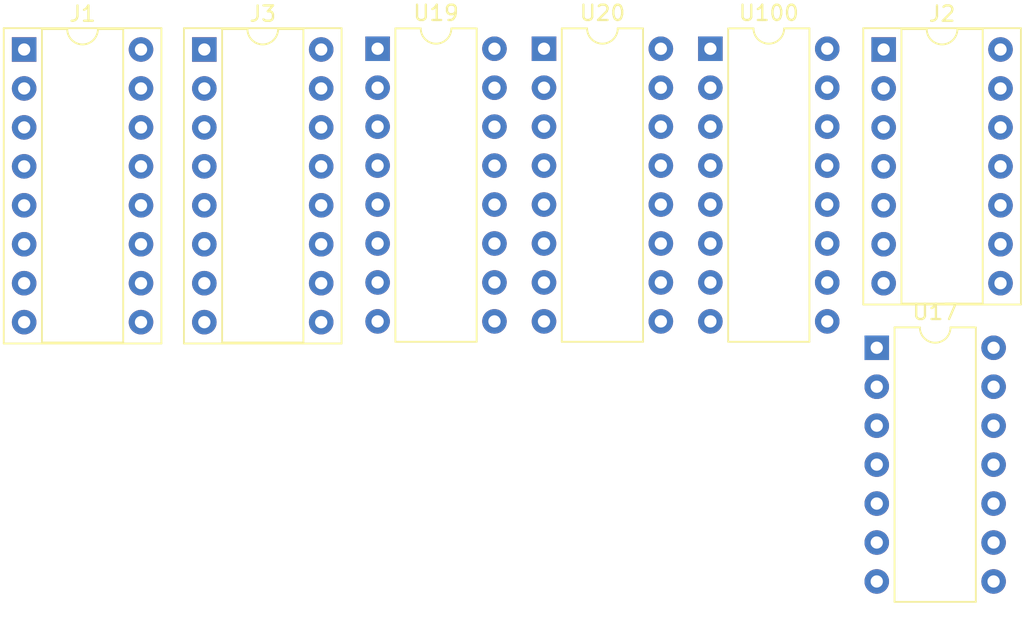
<source format=kicad_pcb>
(kicad_pcb (version 20171130) (host pcbnew "(5.1.2-1)-1")

  (general
    (thickness 1.6)
    (drawings 0)
    (tracks 0)
    (zones 0)
    (modules 7)
    (nets 25)
  )

  (page A4)
  (layers
    (0 F.Cu signal)
    (31 B.Cu signal)
    (32 B.Adhes user)
    (33 F.Adhes user)
    (34 B.Paste user)
    (35 F.Paste user)
    (36 B.SilkS user)
    (37 F.SilkS user)
    (38 B.Mask user)
    (39 F.Mask user)
    (40 Dwgs.User user)
    (41 Cmts.User user)
    (42 Eco1.User user)
    (43 Eco2.User user)
    (44 Edge.Cuts user)
    (45 Margin user)
    (46 B.CrtYd user)
    (47 F.CrtYd user)
    (48 B.Fab user)
    (49 F.Fab user)
  )

  (setup
    (last_trace_width 0.25)
    (trace_clearance 0.2)
    (zone_clearance 0.508)
    (zone_45_only no)
    (trace_min 0.2)
    (via_size 0.8)
    (via_drill 0.4)
    (via_min_size 0.4)
    (via_min_drill 0.3)
    (uvia_size 0.3)
    (uvia_drill 0.1)
    (uvias_allowed no)
    (uvia_min_size 0.2)
    (uvia_min_drill 0.1)
    (edge_width 0.05)
    (segment_width 0.2)
    (pcb_text_width 0.3)
    (pcb_text_size 1.5 1.5)
    (mod_edge_width 0.12)
    (mod_text_size 1 1)
    (mod_text_width 0.15)
    (pad_size 1.524 1.524)
    (pad_drill 0.762)
    (pad_to_mask_clearance 0.051)
    (solder_mask_min_width 0.25)
    (aux_axis_origin 0 0)
    (visible_elements FFFFFF7F)
    (pcbplotparams
      (layerselection 0x010fc_ffffffff)
      (usegerberextensions false)
      (usegerberattributes false)
      (usegerberadvancedattributes false)
      (creategerberjobfile false)
      (excludeedgelayer true)
      (linewidth 0.100000)
      (plotframeref false)
      (viasonmask false)
      (mode 1)
      (useauxorigin false)
      (hpglpennumber 1)
      (hpglpenspeed 20)
      (hpglpendiameter 15.000000)
      (psnegative false)
      (psa4output false)
      (plotreference true)
      (plotvalue true)
      (plotinvisibletext false)
      (padsonsilk false)
      (subtractmaskfromsilk false)
      (outputformat 1)
      (mirror false)
      (drillshape 1)
      (scaleselection 1)
      (outputdirectory ""))
  )

  (net 0 "")
  (net 1 +5V)
  (net 2 GND)
  (net 3 /VA7)
  (net 4 /VA8)
  (net 5 /VA13)
  (net 6 /VA9)
  (net 7 /~FRAME)
  (net 8 /VA12)
  (net 9 /RST)
  (net 10 /VA10)
  (net 11 /CLK)
  (net 12 /VA11)
  (net 13 /VA6)
  (net 14 /+5)
  (net 15 /FEND)
  (net 16 /VA1)
  (net 17 /~LINE)
  (net 18 /VA5)
  (net 19 /LEND)
  (net 20 /UVS)
  (net 21 /I>)
  (net 22 /I=)
  (net 23 /I<)
  (net 24 "Net-(U17-Pad4)")

  (net_class Default "Esta es la clase de red por defecto."
    (clearance 0.2)
    (trace_width 0.25)
    (via_dia 0.8)
    (via_drill 0.4)
    (uvia_dia 0.3)
    (uvia_drill 0.1)
    (add_net +5V)
    (add_net /+5)
    (add_net /CLK)
    (add_net /FEND)
    (add_net /I<)
    (add_net /I=)
    (add_net /I>)
    (add_net /LEND)
    (add_net /RST)
    (add_net /UVS)
    (add_net /VA1)
    (add_net /VA10)
    (add_net /VA11)
    (add_net /VA12)
    (add_net /VA13)
    (add_net /VA5)
    (add_net /VA6)
    (add_net /VA7)
    (add_net /VA8)
    (add_net /VA9)
    (add_net /~FRAME)
    (add_net /~LINE)
    (add_net GND)
    (add_net "Net-(J1-Pad1)")
    (add_net "Net-(J1-Pad14)")
    (add_net "Net-(J1-Pad15)")
    (add_net "Net-(J2-Pad1)")
    (add_net "Net-(J2-Pad11)")
    (add_net "Net-(J2-Pad2)")
    (add_net "Net-(J2-Pad3)")
    (add_net "Net-(J2-Pad4)")
    (add_net "Net-(J2-Pad5)")
    (add_net "Net-(J3-Pad1)")
    (add_net "Net-(J3-Pad10)")
    (add_net "Net-(J3-Pad11)")
    (add_net "Net-(J3-Pad12)")
    (add_net "Net-(J3-Pad13)")
    (add_net "Net-(J3-Pad14)")
    (add_net "Net-(J3-Pad15)")
    (add_net "Net-(J3-Pad5)")
    (add_net "Net-(J3-Pad7)")
    (add_net "Net-(J3-Pad9)")
    (add_net "Net-(U100-Pad1)")
    (add_net "Net-(U100-Pad10)")
    (add_net "Net-(U100-Pad11)")
    (add_net "Net-(U100-Pad12)")
    (add_net "Net-(U100-Pad13)")
    (add_net "Net-(U100-Pad14)")
    (add_net "Net-(U100-Pad15)")
    (add_net "Net-(U100-Pad6)")
    (add_net "Net-(U100-Pad7)")
    (add_net "Net-(U100-Pad9)")
    (add_net "Net-(U17-Pad4)")
    (add_net "Net-(U19-Pad1)")
    (add_net "Net-(U19-Pad14)")
    (add_net "Net-(U19-Pad15)")
    (add_net "Net-(U20-Pad1)")
    (add_net "Net-(U20-Pad10)")
    (add_net "Net-(U20-Pad11)")
    (add_net "Net-(U20-Pad12)")
    (add_net "Net-(U20-Pad13)")
    (add_net "Net-(U20-Pad14)")
    (add_net "Net-(U20-Pad15)")
    (add_net "Net-(U20-Pad5)")
    (add_net "Net-(U20-Pad7)")
    (add_net "Net-(U20-Pad9)")
  )

  (module Package_DIP:DIP-16_W7.62mm (layer F.Cu) (tedit 5A02E8C5) (tstamp 6350CC20)
    (at 63.8 19)
    (descr "16-lead though-hole mounted DIP package, row spacing 7.62 mm (300 mils)")
    (tags "THT DIP DIL PDIP 2.54mm 7.62mm 300mil")
    (path /635EF003)
    (fp_text reference U100 (at 3.81 -2.33) (layer F.SilkS)
      (effects (font (size 1 1) (thickness 0.15)))
    )
    (fp_text value 74HC85 (at 3.81 20.11) (layer F.Fab)
      (effects (font (size 1 1) (thickness 0.15)))
    )
    (fp_text user %R (at 3.81 8.89) (layer F.Fab)
      (effects (font (size 1 1) (thickness 0.15)))
    )
    (fp_line (start 8.7 -1.55) (end -1.1 -1.55) (layer F.CrtYd) (width 0.05))
    (fp_line (start 8.7 19.3) (end 8.7 -1.55) (layer F.CrtYd) (width 0.05))
    (fp_line (start -1.1 19.3) (end 8.7 19.3) (layer F.CrtYd) (width 0.05))
    (fp_line (start -1.1 -1.55) (end -1.1 19.3) (layer F.CrtYd) (width 0.05))
    (fp_line (start 6.46 -1.33) (end 4.81 -1.33) (layer F.SilkS) (width 0.12))
    (fp_line (start 6.46 19.11) (end 6.46 -1.33) (layer F.SilkS) (width 0.12))
    (fp_line (start 1.16 19.11) (end 6.46 19.11) (layer F.SilkS) (width 0.12))
    (fp_line (start 1.16 -1.33) (end 1.16 19.11) (layer F.SilkS) (width 0.12))
    (fp_line (start 2.81 -1.33) (end 1.16 -1.33) (layer F.SilkS) (width 0.12))
    (fp_line (start 0.635 -0.27) (end 1.635 -1.27) (layer F.Fab) (width 0.1))
    (fp_line (start 0.635 19.05) (end 0.635 -0.27) (layer F.Fab) (width 0.1))
    (fp_line (start 6.985 19.05) (end 0.635 19.05) (layer F.Fab) (width 0.1))
    (fp_line (start 6.985 -1.27) (end 6.985 19.05) (layer F.Fab) (width 0.1))
    (fp_line (start 1.635 -1.27) (end 6.985 -1.27) (layer F.Fab) (width 0.1))
    (fp_arc (start 3.81 -1.33) (end 2.81 -1.33) (angle -180) (layer F.SilkS) (width 0.12))
    (pad 16 thru_hole oval (at 7.62 0) (size 1.6 1.6) (drill 0.8) (layers *.Cu *.Mask)
      (net 1 +5V))
    (pad 8 thru_hole oval (at 0 17.78) (size 1.6 1.6) (drill 0.8) (layers *.Cu *.Mask)
      (net 2 GND))
    (pad 15 thru_hole oval (at 7.62 2.54) (size 1.6 1.6) (drill 0.8) (layers *.Cu *.Mask))
    (pad 7 thru_hole oval (at 0 15.24) (size 1.6 1.6) (drill 0.8) (layers *.Cu *.Mask))
    (pad 14 thru_hole oval (at 7.62 5.08) (size 1.6 1.6) (drill 0.8) (layers *.Cu *.Mask))
    (pad 6 thru_hole oval (at 0 12.7) (size 1.6 1.6) (drill 0.8) (layers *.Cu *.Mask))
    (pad 13 thru_hole oval (at 7.62 7.62) (size 1.6 1.6) (drill 0.8) (layers *.Cu *.Mask))
    (pad 5 thru_hole oval (at 0 10.16) (size 1.6 1.6) (drill 0.8) (layers *.Cu *.Mask)
      (net 7 /~FRAME))
    (pad 12 thru_hole oval (at 7.62 10.16) (size 1.6 1.6) (drill 0.8) (layers *.Cu *.Mask))
    (pad 4 thru_hole oval (at 0 7.62) (size 1.6 1.6) (drill 0.8) (layers *.Cu *.Mask)
      (net 1 +5V))
    (pad 11 thru_hole oval (at 7.62 12.7) (size 1.6 1.6) (drill 0.8) (layers *.Cu *.Mask))
    (pad 3 thru_hole oval (at 0 5.08) (size 1.6 1.6) (drill 0.8) (layers *.Cu *.Mask)
      (net 1 +5V))
    (pad 10 thru_hole oval (at 7.62 15.24) (size 1.6 1.6) (drill 0.8) (layers *.Cu *.Mask))
    (pad 2 thru_hole oval (at 0 2.54) (size 1.6 1.6) (drill 0.8) (layers *.Cu *.Mask)
      (net 1 +5V))
    (pad 9 thru_hole oval (at 7.62 17.78) (size 1.6 1.6) (drill 0.8) (layers *.Cu *.Mask))
    (pad 1 thru_hole rect (at 0 0) (size 1.6 1.6) (drill 0.8) (layers *.Cu *.Mask))
    (model ${KISYS3DMOD}/Package_DIP.3dshapes/DIP-16_W7.62mm.wrl
      (at (xyz 0 0 0))
      (scale (xyz 1 1 1))
      (rotate (xyz 0 0 0))
    )
  )

  (module Package_DIP:DIP-16_W7.62mm (layer F.Cu) (tedit 5A02E8C5) (tstamp 6350CBFC)
    (at 52.95 19)
    (descr "16-lead though-hole mounted DIP package, row spacing 7.62 mm (300 mils)")
    (tags "THT DIP DIL PDIP 2.54mm 7.62mm 300mil")
    (path /635DA132)
    (fp_text reference U20 (at 3.81 -2.33) (layer F.SilkS)
      (effects (font (size 1 1) (thickness 0.15)))
    )
    (fp_text value 74HC85 (at 3.81 20.11) (layer F.Fab)
      (effects (font (size 1 1) (thickness 0.15)))
    )
    (fp_text user %R (at 3.81 8.89) (layer F.Fab)
      (effects (font (size 1 1) (thickness 0.15)))
    )
    (fp_line (start 8.7 -1.55) (end -1.1 -1.55) (layer F.CrtYd) (width 0.05))
    (fp_line (start 8.7 19.3) (end 8.7 -1.55) (layer F.CrtYd) (width 0.05))
    (fp_line (start -1.1 19.3) (end 8.7 19.3) (layer F.CrtYd) (width 0.05))
    (fp_line (start -1.1 -1.55) (end -1.1 19.3) (layer F.CrtYd) (width 0.05))
    (fp_line (start 6.46 -1.33) (end 4.81 -1.33) (layer F.SilkS) (width 0.12))
    (fp_line (start 6.46 19.11) (end 6.46 -1.33) (layer F.SilkS) (width 0.12))
    (fp_line (start 1.16 19.11) (end 6.46 19.11) (layer F.SilkS) (width 0.12))
    (fp_line (start 1.16 -1.33) (end 1.16 19.11) (layer F.SilkS) (width 0.12))
    (fp_line (start 2.81 -1.33) (end 1.16 -1.33) (layer F.SilkS) (width 0.12))
    (fp_line (start 0.635 -0.27) (end 1.635 -1.27) (layer F.Fab) (width 0.1))
    (fp_line (start 0.635 19.05) (end 0.635 -0.27) (layer F.Fab) (width 0.1))
    (fp_line (start 6.985 19.05) (end 0.635 19.05) (layer F.Fab) (width 0.1))
    (fp_line (start 6.985 -1.27) (end 6.985 19.05) (layer F.Fab) (width 0.1))
    (fp_line (start 1.635 -1.27) (end 6.985 -1.27) (layer F.Fab) (width 0.1))
    (fp_arc (start 3.81 -1.33) (end 2.81 -1.33) (angle -180) (layer F.SilkS) (width 0.12))
    (pad 16 thru_hole oval (at 7.62 0) (size 1.6 1.6) (drill 0.8) (layers *.Cu *.Mask)
      (net 1 +5V))
    (pad 8 thru_hole oval (at 0 17.78) (size 1.6 1.6) (drill 0.8) (layers *.Cu *.Mask)
      (net 2 GND))
    (pad 15 thru_hole oval (at 7.62 2.54) (size 1.6 1.6) (drill 0.8) (layers *.Cu *.Mask))
    (pad 7 thru_hole oval (at 0 15.24) (size 1.6 1.6) (drill 0.8) (layers *.Cu *.Mask))
    (pad 14 thru_hole oval (at 7.62 5.08) (size 1.6 1.6) (drill 0.8) (layers *.Cu *.Mask))
    (pad 6 thru_hole oval (at 0 12.7) (size 1.6 1.6) (drill 0.8) (layers *.Cu *.Mask)
      (net 20 /UVS))
    (pad 13 thru_hole oval (at 7.62 7.62) (size 1.6 1.6) (drill 0.8) (layers *.Cu *.Mask))
    (pad 5 thru_hole oval (at 0 10.16) (size 1.6 1.6) (drill 0.8) (layers *.Cu *.Mask))
    (pad 12 thru_hole oval (at 7.62 10.16) (size 1.6 1.6) (drill 0.8) (layers *.Cu *.Mask))
    (pad 4 thru_hole oval (at 0 7.62) (size 1.6 1.6) (drill 0.8) (layers *.Cu *.Mask)
      (net 21 /I>))
    (pad 11 thru_hole oval (at 7.62 12.7) (size 1.6 1.6) (drill 0.8) (layers *.Cu *.Mask))
    (pad 3 thru_hole oval (at 0 5.08) (size 1.6 1.6) (drill 0.8) (layers *.Cu *.Mask)
      (net 22 /I=))
    (pad 10 thru_hole oval (at 7.62 15.24) (size 1.6 1.6) (drill 0.8) (layers *.Cu *.Mask))
    (pad 2 thru_hole oval (at 0 2.54) (size 1.6 1.6) (drill 0.8) (layers *.Cu *.Mask)
      (net 23 /I<))
    (pad 9 thru_hole oval (at 7.62 17.78) (size 1.6 1.6) (drill 0.8) (layers *.Cu *.Mask))
    (pad 1 thru_hole rect (at 0 0) (size 1.6 1.6) (drill 0.8) (layers *.Cu *.Mask))
    (model ${KISYS3DMOD}/Package_DIP.3dshapes/DIP-16_W7.62mm.wrl
      (at (xyz 0 0 0))
      (scale (xyz 1 1 1))
      (rotate (xyz 0 0 0))
    )
  )

  (module Package_DIP:DIP-16_W7.62mm (layer F.Cu) (tedit 5A02E8C5) (tstamp 6350CBD8)
    (at 42.1 19)
    (descr "16-lead though-hole mounted DIP package, row spacing 7.62 mm (300 mils)")
    (tags "THT DIP DIL PDIP 2.54mm 7.62mm 300mil")
    (path /6358FC21)
    (fp_text reference U19 (at 3.81 -2.33) (layer F.SilkS)
      (effects (font (size 1 1) (thickness 0.15)))
    )
    (fp_text value 74HC4040 (at 3.81 20.11) (layer F.Fab)
      (effects (font (size 1 1) (thickness 0.15)))
    )
    (fp_text user %R (at 3.81 8.89) (layer F.Fab)
      (effects (font (size 1 1) (thickness 0.15)))
    )
    (fp_line (start 8.7 -1.55) (end -1.1 -1.55) (layer F.CrtYd) (width 0.05))
    (fp_line (start 8.7 19.3) (end 8.7 -1.55) (layer F.CrtYd) (width 0.05))
    (fp_line (start -1.1 19.3) (end 8.7 19.3) (layer F.CrtYd) (width 0.05))
    (fp_line (start -1.1 -1.55) (end -1.1 19.3) (layer F.CrtYd) (width 0.05))
    (fp_line (start 6.46 -1.33) (end 4.81 -1.33) (layer F.SilkS) (width 0.12))
    (fp_line (start 6.46 19.11) (end 6.46 -1.33) (layer F.SilkS) (width 0.12))
    (fp_line (start 1.16 19.11) (end 6.46 19.11) (layer F.SilkS) (width 0.12))
    (fp_line (start 1.16 -1.33) (end 1.16 19.11) (layer F.SilkS) (width 0.12))
    (fp_line (start 2.81 -1.33) (end 1.16 -1.33) (layer F.SilkS) (width 0.12))
    (fp_line (start 0.635 -0.27) (end 1.635 -1.27) (layer F.Fab) (width 0.1))
    (fp_line (start 0.635 19.05) (end 0.635 -0.27) (layer F.Fab) (width 0.1))
    (fp_line (start 6.985 19.05) (end 0.635 19.05) (layer F.Fab) (width 0.1))
    (fp_line (start 6.985 -1.27) (end 6.985 19.05) (layer F.Fab) (width 0.1))
    (fp_line (start 1.635 -1.27) (end 6.985 -1.27) (layer F.Fab) (width 0.1))
    (fp_arc (start 3.81 -1.33) (end 2.81 -1.33) (angle -180) (layer F.SilkS) (width 0.12))
    (pad 16 thru_hole oval (at 7.62 0) (size 1.6 1.6) (drill 0.8) (layers *.Cu *.Mask)
      (net 1 +5V))
    (pad 8 thru_hole oval (at 0 17.78) (size 1.6 1.6) (drill 0.8) (layers *.Cu *.Mask)
      (net 2 GND))
    (pad 15 thru_hole oval (at 7.62 2.54) (size 1.6 1.6) (drill 0.8) (layers *.Cu *.Mask))
    (pad 7 thru_hole oval (at 0 15.24) (size 1.6 1.6) (drill 0.8) (layers *.Cu *.Mask)
      (net 3 /VA7))
    (pad 14 thru_hole oval (at 7.62 5.08) (size 1.6 1.6) (drill 0.8) (layers *.Cu *.Mask))
    (pad 6 thru_hole oval (at 0 12.7) (size 1.6 1.6) (drill 0.8) (layers *.Cu *.Mask)
      (net 4 /VA8))
    (pad 13 thru_hole oval (at 7.62 7.62) (size 1.6 1.6) (drill 0.8) (layers *.Cu *.Mask)
      (net 5 /VA13))
    (pad 5 thru_hole oval (at 0 10.16) (size 1.6 1.6) (drill 0.8) (layers *.Cu *.Mask)
      (net 6 /VA9))
    (pad 12 thru_hole oval (at 7.62 10.16) (size 1.6 1.6) (drill 0.8) (layers *.Cu *.Mask)
      (net 24 "Net-(U17-Pad4)"))
    (pad 4 thru_hole oval (at 0 7.62) (size 1.6 1.6) (drill 0.8) (layers *.Cu *.Mask)
      (net 8 /VA12))
    (pad 11 thru_hole oval (at 7.62 12.7) (size 1.6 1.6) (drill 0.8) (layers *.Cu *.Mask)
      (net 9 /RST))
    (pad 3 thru_hole oval (at 0 5.08) (size 1.6 1.6) (drill 0.8) (layers *.Cu *.Mask)
      (net 10 /VA10))
    (pad 10 thru_hole oval (at 7.62 15.24) (size 1.6 1.6) (drill 0.8) (layers *.Cu *.Mask)
      (net 11 /CLK))
    (pad 2 thru_hole oval (at 0 2.54) (size 1.6 1.6) (drill 0.8) (layers *.Cu *.Mask)
      (net 12 /VA11))
    (pad 9 thru_hole oval (at 7.62 17.78) (size 1.6 1.6) (drill 0.8) (layers *.Cu *.Mask)
      (net 13 /VA6))
    (pad 1 thru_hole rect (at 0 0) (size 1.6 1.6) (drill 0.8) (layers *.Cu *.Mask))
    (model ${KISYS3DMOD}/Package_DIP.3dshapes/DIP-16_W7.62mm.wrl
      (at (xyz 0 0 0))
      (scale (xyz 1 1 1))
      (rotate (xyz 0 0 0))
    )
  )

  (module Package_DIP:DIP-14_W7.62mm (layer F.Cu) (tedit 5A02E8C5) (tstamp 6350CBB4)
    (at 74.65 38.5)
    (descr "14-lead though-hole mounted DIP package, row spacing 7.62 mm (300 mils)")
    (tags "THT DIP DIL PDIP 2.54mm 7.62mm 300mil")
    (path /6357D083)
    (fp_text reference U17 (at 3.81 -2.33) (layer F.SilkS)
      (effects (font (size 1 1) (thickness 0.15)))
    )
    (fp_text value 74HC21 (at 3.81 17.57) (layer F.Fab)
      (effects (font (size 1 1) (thickness 0.15)))
    )
    (fp_text user %R (at 3.81 7.62) (layer F.Fab)
      (effects (font (size 1 1) (thickness 0.15)))
    )
    (fp_line (start 8.7 -1.55) (end -1.1 -1.55) (layer F.CrtYd) (width 0.05))
    (fp_line (start 8.7 16.8) (end 8.7 -1.55) (layer F.CrtYd) (width 0.05))
    (fp_line (start -1.1 16.8) (end 8.7 16.8) (layer F.CrtYd) (width 0.05))
    (fp_line (start -1.1 -1.55) (end -1.1 16.8) (layer F.CrtYd) (width 0.05))
    (fp_line (start 6.46 -1.33) (end 4.81 -1.33) (layer F.SilkS) (width 0.12))
    (fp_line (start 6.46 16.57) (end 6.46 -1.33) (layer F.SilkS) (width 0.12))
    (fp_line (start 1.16 16.57) (end 6.46 16.57) (layer F.SilkS) (width 0.12))
    (fp_line (start 1.16 -1.33) (end 1.16 16.57) (layer F.SilkS) (width 0.12))
    (fp_line (start 2.81 -1.33) (end 1.16 -1.33) (layer F.SilkS) (width 0.12))
    (fp_line (start 0.635 -0.27) (end 1.635 -1.27) (layer F.Fab) (width 0.1))
    (fp_line (start 0.635 16.51) (end 0.635 -0.27) (layer F.Fab) (width 0.1))
    (fp_line (start 6.985 16.51) (end 0.635 16.51) (layer F.Fab) (width 0.1))
    (fp_line (start 6.985 -1.27) (end 6.985 16.51) (layer F.Fab) (width 0.1))
    (fp_line (start 1.635 -1.27) (end 6.985 -1.27) (layer F.Fab) (width 0.1))
    (fp_arc (start 3.81 -1.33) (end 2.81 -1.33) (angle -180) (layer F.SilkS) (width 0.12))
    (pad 14 thru_hole oval (at 7.62 0) (size 1.6 1.6) (drill 0.8) (layers *.Cu *.Mask)
      (net 1 +5V))
    (pad 7 thru_hole oval (at 0 15.24) (size 1.6 1.6) (drill 0.8) (layers *.Cu *.Mask)
      (net 2 GND))
    (pad 13 thru_hole oval (at 7.62 2.54) (size 1.6 1.6) (drill 0.8) (layers *.Cu *.Mask)
      (net 14 /+5))
    (pad 6 thru_hole oval (at 0 12.7) (size 1.6 1.6) (drill 0.8) (layers *.Cu *.Mask)
      (net 15 /FEND))
    (pad 12 thru_hole oval (at 7.62 5.08) (size 1.6 1.6) (drill 0.8) (layers *.Cu *.Mask)
      (net 16 /VA1))
    (pad 5 thru_hole oval (at 0 10.16) (size 1.6 1.6) (drill 0.8) (layers *.Cu *.Mask)
      (net 4 /VA8))
    (pad 11 thru_hole oval (at 7.62 7.62) (size 1.6 1.6) (drill 0.8) (layers *.Cu *.Mask))
    (pad 4 thru_hole oval (at 0 7.62) (size 1.6 1.6) (drill 0.8) (layers *.Cu *.Mask)
      (net 24 "Net-(U17-Pad4)"))
    (pad 10 thru_hole oval (at 7.62 10.16) (size 1.6 1.6) (drill 0.8) (layers *.Cu *.Mask)
      (net 17 /~LINE))
    (pad 3 thru_hole oval (at 0 5.08) (size 1.6 1.6) (drill 0.8) (layers *.Cu *.Mask))
    (pad 9 thru_hole oval (at 7.62 12.7) (size 1.6 1.6) (drill 0.8) (layers *.Cu *.Mask)
      (net 18 /VA5))
    (pad 2 thru_hole oval (at 0 2.54) (size 1.6 1.6) (drill 0.8) (layers *.Cu *.Mask)
      (net 3 /VA7))
    (pad 8 thru_hole oval (at 7.62 15.24) (size 1.6 1.6) (drill 0.8) (layers *.Cu *.Mask)
      (net 19 /LEND))
    (pad 1 thru_hole rect (at 0 0) (size 1.6 1.6) (drill 0.8) (layers *.Cu *.Mask)
      (net 1 +5V))
    (model ${KISYS3DMOD}/Package_DIP.3dshapes/DIP-14_W7.62mm.wrl
      (at (xyz 0 0 0))
      (scale (xyz 1 1 1))
      (rotate (xyz 0 0 0))
    )
  )

  (module Package_DIP:DIP-16_W7.62mm_Socket (layer F.Cu) (tedit 5A02E8C5) (tstamp 6350CB92)
    (at 30.8 19.05)
    (descr "16-lead though-hole mounted DIP package, row spacing 7.62 mm (300 mils), Socket")
    (tags "THT DIP DIL PDIP 2.54mm 7.62mm 300mil Socket")
    (path /6357A98E)
    (fp_text reference J3 (at 3.81 -2.33) (layer F.SilkS)
      (effects (font (size 1 1) (thickness 0.15)))
    )
    (fp_text value "U20 Socket" (at 3.81 20.11) (layer F.Fab)
      (effects (font (size 1 1) (thickness 0.15)))
    )
    (fp_text user %R (at 3.81 8.89) (layer F.Fab)
      (effects (font (size 1 1) (thickness 0.15)))
    )
    (fp_line (start 9.15 -1.6) (end -1.55 -1.6) (layer F.CrtYd) (width 0.05))
    (fp_line (start 9.15 19.4) (end 9.15 -1.6) (layer F.CrtYd) (width 0.05))
    (fp_line (start -1.55 19.4) (end 9.15 19.4) (layer F.CrtYd) (width 0.05))
    (fp_line (start -1.55 -1.6) (end -1.55 19.4) (layer F.CrtYd) (width 0.05))
    (fp_line (start 8.95 -1.39) (end -1.33 -1.39) (layer F.SilkS) (width 0.12))
    (fp_line (start 8.95 19.17) (end 8.95 -1.39) (layer F.SilkS) (width 0.12))
    (fp_line (start -1.33 19.17) (end 8.95 19.17) (layer F.SilkS) (width 0.12))
    (fp_line (start -1.33 -1.39) (end -1.33 19.17) (layer F.SilkS) (width 0.12))
    (fp_line (start 6.46 -1.33) (end 4.81 -1.33) (layer F.SilkS) (width 0.12))
    (fp_line (start 6.46 19.11) (end 6.46 -1.33) (layer F.SilkS) (width 0.12))
    (fp_line (start 1.16 19.11) (end 6.46 19.11) (layer F.SilkS) (width 0.12))
    (fp_line (start 1.16 -1.33) (end 1.16 19.11) (layer F.SilkS) (width 0.12))
    (fp_line (start 2.81 -1.33) (end 1.16 -1.33) (layer F.SilkS) (width 0.12))
    (fp_line (start 8.89 -1.33) (end -1.27 -1.33) (layer F.Fab) (width 0.1))
    (fp_line (start 8.89 19.11) (end 8.89 -1.33) (layer F.Fab) (width 0.1))
    (fp_line (start -1.27 19.11) (end 8.89 19.11) (layer F.Fab) (width 0.1))
    (fp_line (start -1.27 -1.33) (end -1.27 19.11) (layer F.Fab) (width 0.1))
    (fp_line (start 0.635 -0.27) (end 1.635 -1.27) (layer F.Fab) (width 0.1))
    (fp_line (start 0.635 19.05) (end 0.635 -0.27) (layer F.Fab) (width 0.1))
    (fp_line (start 6.985 19.05) (end 0.635 19.05) (layer F.Fab) (width 0.1))
    (fp_line (start 6.985 -1.27) (end 6.985 19.05) (layer F.Fab) (width 0.1))
    (fp_line (start 1.635 -1.27) (end 6.985 -1.27) (layer F.Fab) (width 0.1))
    (fp_arc (start 3.81 -1.33) (end 2.81 -1.33) (angle -180) (layer F.SilkS) (width 0.12))
    (pad 16 thru_hole oval (at 7.62 0) (size 1.6 1.6) (drill 0.8) (layers *.Cu *.Mask)
      (net 1 +5V))
    (pad 8 thru_hole oval (at 0 17.78) (size 1.6 1.6) (drill 0.8) (layers *.Cu *.Mask)
      (net 2 GND))
    (pad 15 thru_hole oval (at 7.62 2.54) (size 1.6 1.6) (drill 0.8) (layers *.Cu *.Mask))
    (pad 7 thru_hole oval (at 0 15.24) (size 1.6 1.6) (drill 0.8) (layers *.Cu *.Mask))
    (pad 14 thru_hole oval (at 7.62 5.08) (size 1.6 1.6) (drill 0.8) (layers *.Cu *.Mask))
    (pad 6 thru_hole oval (at 0 12.7) (size 1.6 1.6) (drill 0.8) (layers *.Cu *.Mask)
      (net 20 /UVS))
    (pad 13 thru_hole oval (at 7.62 7.62) (size 1.6 1.6) (drill 0.8) (layers *.Cu *.Mask))
    (pad 5 thru_hole oval (at 0 10.16) (size 1.6 1.6) (drill 0.8) (layers *.Cu *.Mask))
    (pad 12 thru_hole oval (at 7.62 10.16) (size 1.6 1.6) (drill 0.8) (layers *.Cu *.Mask))
    (pad 4 thru_hole oval (at 0 7.62) (size 1.6 1.6) (drill 0.8) (layers *.Cu *.Mask)
      (net 21 /I>))
    (pad 11 thru_hole oval (at 7.62 12.7) (size 1.6 1.6) (drill 0.8) (layers *.Cu *.Mask))
    (pad 3 thru_hole oval (at 0 5.08) (size 1.6 1.6) (drill 0.8) (layers *.Cu *.Mask)
      (net 22 /I=))
    (pad 10 thru_hole oval (at 7.62 15.24) (size 1.6 1.6) (drill 0.8) (layers *.Cu *.Mask))
    (pad 2 thru_hole oval (at 0 2.54) (size 1.6 1.6) (drill 0.8) (layers *.Cu *.Mask)
      (net 23 /I<))
    (pad 9 thru_hole oval (at 7.62 17.78) (size 1.6 1.6) (drill 0.8) (layers *.Cu *.Mask))
    (pad 1 thru_hole rect (at 0 0) (size 1.6 1.6) (drill 0.8) (layers *.Cu *.Mask))
    (model ${KISYS3DMOD}/Package_DIP.3dshapes/DIP-16_W7.62mm_Socket.wrl
      (at (xyz 0 0 0))
      (scale (xyz 1 1 1))
      (rotate (xyz 0 0 0))
    )
  )

  (module Package_DIP:DIP-14_W7.62mm_Socket (layer F.Cu) (tedit 5A02E8C5) (tstamp 6350CB66)
    (at 75.1 19.05)
    (descr "14-lead though-hole mounted DIP package, row spacing 7.62 mm (300 mils), Socket")
    (tags "THT DIP DIL PDIP 2.54mm 7.62mm 300mil Socket")
    (path /6357B153)
    (fp_text reference J2 (at 3.81 -2.33) (layer F.SilkS)
      (effects (font (size 1 1) (thickness 0.15)))
    )
    (fp_text value "U17 Socket" (at 3.81 17.57) (layer F.Fab)
      (effects (font (size 1 1) (thickness 0.15)))
    )
    (fp_text user %R (at 3.81 7.62) (layer F.Fab)
      (effects (font (size 1 1) (thickness 0.15)))
    )
    (fp_line (start 9.15 -1.6) (end -1.55 -1.6) (layer F.CrtYd) (width 0.05))
    (fp_line (start 9.15 16.85) (end 9.15 -1.6) (layer F.CrtYd) (width 0.05))
    (fp_line (start -1.55 16.85) (end 9.15 16.85) (layer F.CrtYd) (width 0.05))
    (fp_line (start -1.55 -1.6) (end -1.55 16.85) (layer F.CrtYd) (width 0.05))
    (fp_line (start 8.95 -1.39) (end -1.33 -1.39) (layer F.SilkS) (width 0.12))
    (fp_line (start 8.95 16.63) (end 8.95 -1.39) (layer F.SilkS) (width 0.12))
    (fp_line (start -1.33 16.63) (end 8.95 16.63) (layer F.SilkS) (width 0.12))
    (fp_line (start -1.33 -1.39) (end -1.33 16.63) (layer F.SilkS) (width 0.12))
    (fp_line (start 6.46 -1.33) (end 4.81 -1.33) (layer F.SilkS) (width 0.12))
    (fp_line (start 6.46 16.57) (end 6.46 -1.33) (layer F.SilkS) (width 0.12))
    (fp_line (start 1.16 16.57) (end 6.46 16.57) (layer F.SilkS) (width 0.12))
    (fp_line (start 1.16 -1.33) (end 1.16 16.57) (layer F.SilkS) (width 0.12))
    (fp_line (start 2.81 -1.33) (end 1.16 -1.33) (layer F.SilkS) (width 0.12))
    (fp_line (start 8.89 -1.33) (end -1.27 -1.33) (layer F.Fab) (width 0.1))
    (fp_line (start 8.89 16.57) (end 8.89 -1.33) (layer F.Fab) (width 0.1))
    (fp_line (start -1.27 16.57) (end 8.89 16.57) (layer F.Fab) (width 0.1))
    (fp_line (start -1.27 -1.33) (end -1.27 16.57) (layer F.Fab) (width 0.1))
    (fp_line (start 0.635 -0.27) (end 1.635 -1.27) (layer F.Fab) (width 0.1))
    (fp_line (start 0.635 16.51) (end 0.635 -0.27) (layer F.Fab) (width 0.1))
    (fp_line (start 6.985 16.51) (end 0.635 16.51) (layer F.Fab) (width 0.1))
    (fp_line (start 6.985 -1.27) (end 6.985 16.51) (layer F.Fab) (width 0.1))
    (fp_line (start 1.635 -1.27) (end 6.985 -1.27) (layer F.Fab) (width 0.1))
    (fp_arc (start 3.81 -1.33) (end 2.81 -1.33) (angle -180) (layer F.SilkS) (width 0.12))
    (pad 14 thru_hole oval (at 7.62 0) (size 1.6 1.6) (drill 0.8) (layers *.Cu *.Mask)
      (net 1 +5V))
    (pad 7 thru_hole oval (at 0 15.24) (size 1.6 1.6) (drill 0.8) (layers *.Cu *.Mask)
      (net 2 GND))
    (pad 13 thru_hole oval (at 7.62 2.54) (size 1.6 1.6) (drill 0.8) (layers *.Cu *.Mask)
      (net 14 /+5))
    (pad 6 thru_hole oval (at 0 12.7) (size 1.6 1.6) (drill 0.8) (layers *.Cu *.Mask)
      (net 15 /FEND))
    (pad 12 thru_hole oval (at 7.62 5.08) (size 1.6 1.6) (drill 0.8) (layers *.Cu *.Mask)
      (net 16 /VA1))
    (pad 5 thru_hole oval (at 0 10.16) (size 1.6 1.6) (drill 0.8) (layers *.Cu *.Mask))
    (pad 11 thru_hole oval (at 7.62 7.62) (size 1.6 1.6) (drill 0.8) (layers *.Cu *.Mask))
    (pad 4 thru_hole oval (at 0 7.62) (size 1.6 1.6) (drill 0.8) (layers *.Cu *.Mask))
    (pad 10 thru_hole oval (at 7.62 10.16) (size 1.6 1.6) (drill 0.8) (layers *.Cu *.Mask)
      (net 17 /~LINE))
    (pad 3 thru_hole oval (at 0 5.08) (size 1.6 1.6) (drill 0.8) (layers *.Cu *.Mask))
    (pad 9 thru_hole oval (at 7.62 12.7) (size 1.6 1.6) (drill 0.8) (layers *.Cu *.Mask)
      (net 18 /VA5))
    (pad 2 thru_hole oval (at 0 2.54) (size 1.6 1.6) (drill 0.8) (layers *.Cu *.Mask))
    (pad 8 thru_hole oval (at 7.62 15.24) (size 1.6 1.6) (drill 0.8) (layers *.Cu *.Mask)
      (net 19 /LEND))
    (pad 1 thru_hole rect (at 0 0) (size 1.6 1.6) (drill 0.8) (layers *.Cu *.Mask))
    (model ${KISYS3DMOD}/Package_DIP.3dshapes/DIP-14_W7.62mm_Socket.wrl
      (at (xyz 0 0 0))
      (scale (xyz 1 1 1))
      (rotate (xyz 0 0 0))
    )
  )

  (module Package_DIP:DIP-16_W7.62mm_Socket (layer F.Cu) (tedit 5A02E8C5) (tstamp 6350CB3C)
    (at 19.05 19.05)
    (descr "16-lead though-hole mounted DIP package, row spacing 7.62 mm (300 mils), Socket")
    (tags "THT DIP DIL PDIP 2.54mm 7.62mm 300mil Socket")
    (path /6357945D)
    (fp_text reference J1 (at 3.81 -2.33) (layer F.SilkS)
      (effects (font (size 1 1) (thickness 0.15)))
    )
    (fp_text value "U19 Socket" (at 3.81 20.11) (layer F.Fab)
      (effects (font (size 1 1) (thickness 0.15)))
    )
    (fp_text user %R (at 3.81 8.89) (layer F.Fab)
      (effects (font (size 1 1) (thickness 0.15)))
    )
    (fp_line (start 9.15 -1.6) (end -1.55 -1.6) (layer F.CrtYd) (width 0.05))
    (fp_line (start 9.15 19.4) (end 9.15 -1.6) (layer F.CrtYd) (width 0.05))
    (fp_line (start -1.55 19.4) (end 9.15 19.4) (layer F.CrtYd) (width 0.05))
    (fp_line (start -1.55 -1.6) (end -1.55 19.4) (layer F.CrtYd) (width 0.05))
    (fp_line (start 8.95 -1.39) (end -1.33 -1.39) (layer F.SilkS) (width 0.12))
    (fp_line (start 8.95 19.17) (end 8.95 -1.39) (layer F.SilkS) (width 0.12))
    (fp_line (start -1.33 19.17) (end 8.95 19.17) (layer F.SilkS) (width 0.12))
    (fp_line (start -1.33 -1.39) (end -1.33 19.17) (layer F.SilkS) (width 0.12))
    (fp_line (start 6.46 -1.33) (end 4.81 -1.33) (layer F.SilkS) (width 0.12))
    (fp_line (start 6.46 19.11) (end 6.46 -1.33) (layer F.SilkS) (width 0.12))
    (fp_line (start 1.16 19.11) (end 6.46 19.11) (layer F.SilkS) (width 0.12))
    (fp_line (start 1.16 -1.33) (end 1.16 19.11) (layer F.SilkS) (width 0.12))
    (fp_line (start 2.81 -1.33) (end 1.16 -1.33) (layer F.SilkS) (width 0.12))
    (fp_line (start 8.89 -1.33) (end -1.27 -1.33) (layer F.Fab) (width 0.1))
    (fp_line (start 8.89 19.11) (end 8.89 -1.33) (layer F.Fab) (width 0.1))
    (fp_line (start -1.27 19.11) (end 8.89 19.11) (layer F.Fab) (width 0.1))
    (fp_line (start -1.27 -1.33) (end -1.27 19.11) (layer F.Fab) (width 0.1))
    (fp_line (start 0.635 -0.27) (end 1.635 -1.27) (layer F.Fab) (width 0.1))
    (fp_line (start 0.635 19.05) (end 0.635 -0.27) (layer F.Fab) (width 0.1))
    (fp_line (start 6.985 19.05) (end 0.635 19.05) (layer F.Fab) (width 0.1))
    (fp_line (start 6.985 -1.27) (end 6.985 19.05) (layer F.Fab) (width 0.1))
    (fp_line (start 1.635 -1.27) (end 6.985 -1.27) (layer F.Fab) (width 0.1))
    (fp_arc (start 3.81 -1.33) (end 2.81 -1.33) (angle -180) (layer F.SilkS) (width 0.12))
    (pad 16 thru_hole oval (at 7.62 0) (size 1.6 1.6) (drill 0.8) (layers *.Cu *.Mask)
      (net 1 +5V))
    (pad 8 thru_hole oval (at 0 17.78) (size 1.6 1.6) (drill 0.8) (layers *.Cu *.Mask)
      (net 2 GND))
    (pad 15 thru_hole oval (at 7.62 2.54) (size 1.6 1.6) (drill 0.8) (layers *.Cu *.Mask))
    (pad 7 thru_hole oval (at 0 15.24) (size 1.6 1.6) (drill 0.8) (layers *.Cu *.Mask)
      (net 3 /VA7))
    (pad 14 thru_hole oval (at 7.62 5.08) (size 1.6 1.6) (drill 0.8) (layers *.Cu *.Mask))
    (pad 6 thru_hole oval (at 0 12.7) (size 1.6 1.6) (drill 0.8) (layers *.Cu *.Mask)
      (net 4 /VA8))
    (pad 13 thru_hole oval (at 7.62 7.62) (size 1.6 1.6) (drill 0.8) (layers *.Cu *.Mask)
      (net 5 /VA13))
    (pad 5 thru_hole oval (at 0 10.16) (size 1.6 1.6) (drill 0.8) (layers *.Cu *.Mask)
      (net 6 /VA9))
    (pad 12 thru_hole oval (at 7.62 10.16) (size 1.6 1.6) (drill 0.8) (layers *.Cu *.Mask)
      (net 7 /~FRAME))
    (pad 4 thru_hole oval (at 0 7.62) (size 1.6 1.6) (drill 0.8) (layers *.Cu *.Mask)
      (net 8 /VA12))
    (pad 11 thru_hole oval (at 7.62 12.7) (size 1.6 1.6) (drill 0.8) (layers *.Cu *.Mask)
      (net 9 /RST))
    (pad 3 thru_hole oval (at 0 5.08) (size 1.6 1.6) (drill 0.8) (layers *.Cu *.Mask)
      (net 10 /VA10))
    (pad 10 thru_hole oval (at 7.62 15.24) (size 1.6 1.6) (drill 0.8) (layers *.Cu *.Mask)
      (net 11 /CLK))
    (pad 2 thru_hole oval (at 0 2.54) (size 1.6 1.6) (drill 0.8) (layers *.Cu *.Mask)
      (net 12 /VA11))
    (pad 9 thru_hole oval (at 7.62 17.78) (size 1.6 1.6) (drill 0.8) (layers *.Cu *.Mask)
      (net 13 /VA6))
    (pad 1 thru_hole rect (at 0 0) (size 1.6 1.6) (drill 0.8) (layers *.Cu *.Mask))
    (model ${KISYS3DMOD}/Package_DIP.3dshapes/DIP-16_W7.62mm_Socket.wrl
      (at (xyz 0 0 0))
      (scale (xyz 1 1 1))
      (rotate (xyz 0 0 0))
    )
  )

)

</source>
